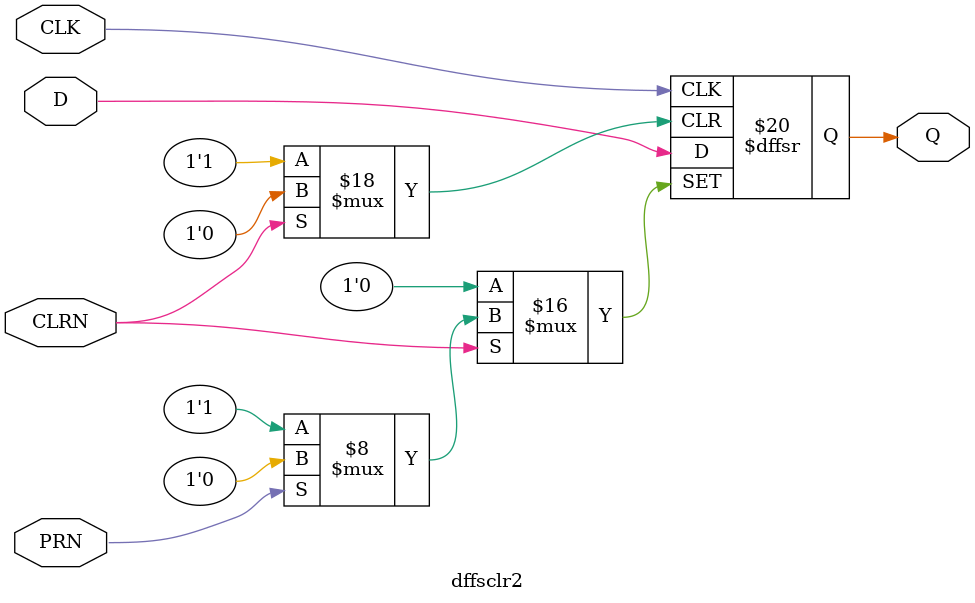
<source format=sv>
module dffsclr2(
	input  logic CLK,
	input  logic D,
	input  logic CLRN,
	input  logic PRN,
	output logic Q
);
	always_ff@(posedge CLK,negedge CLRN,negedge PRN) begin
		if     (~CLRN) Q<=0;
		else if(~PRN) 	Q<=1;
		else				Q<=D;
	end
endmodule
</source>
